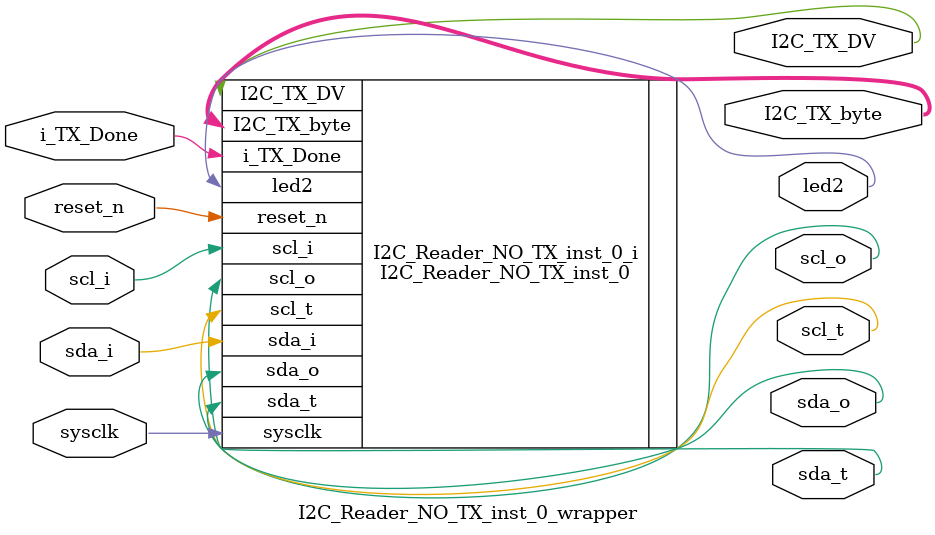
<source format=v>
`timescale 1 ps / 1 ps

module I2C_Reader_NO_TX_inst_0_wrapper
   (I2C_TX_DV,
    I2C_TX_byte,
    i_TX_Done,
    led2,
    reset_n,
    scl_i,
    scl_o,
    scl_t,
    sda_i,
    sda_o,
    sda_t,
    sysclk);
  output I2C_TX_DV;
  output [7:0]I2C_TX_byte;
  input i_TX_Done;
  output led2;
  input reset_n;
  input scl_i;
  output scl_o;
  output scl_t;
  input sda_i;
  output sda_o;
  output sda_t;
  input sysclk;

  wire I2C_TX_DV;
  wire [7:0]I2C_TX_byte;
  wire i_TX_Done;
  wire led2;
  wire reset_n;
  wire scl_i;
  wire scl_o;
  wire scl_t;
  wire sda_i;
  wire sda_o;
  wire sda_t;
  wire sysclk;

  I2C_Reader_NO_TX_inst_0 I2C_Reader_NO_TX_inst_0_i
       (.I2C_TX_DV(I2C_TX_DV),
        .I2C_TX_byte(I2C_TX_byte),
        .i_TX_Done(i_TX_Done),
        .led2(led2),
        .reset_n(reset_n),
        .scl_i(scl_i),
        .scl_o(scl_o),
        .scl_t(scl_t),
        .sda_i(sda_i),
        .sda_o(sda_o),
        .sda_t(sda_t),
        .sysclk(sysclk));
endmodule

</source>
